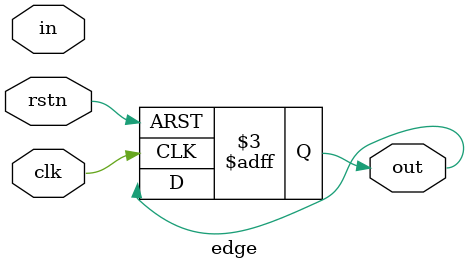
<source format=v>
module edge(clk,rstn,in,out);
















































input clk,rstn,in;
output reg out;
//input都是wire,output默认是wire,也可重定义成reg

always@(posedge clk or negedge rstn) begin
    if(~rstn) begin
    //最好所有的reg都在此reset
        out<=0;    
    end
    else begin
        
    end
end

endmodule
</source>
